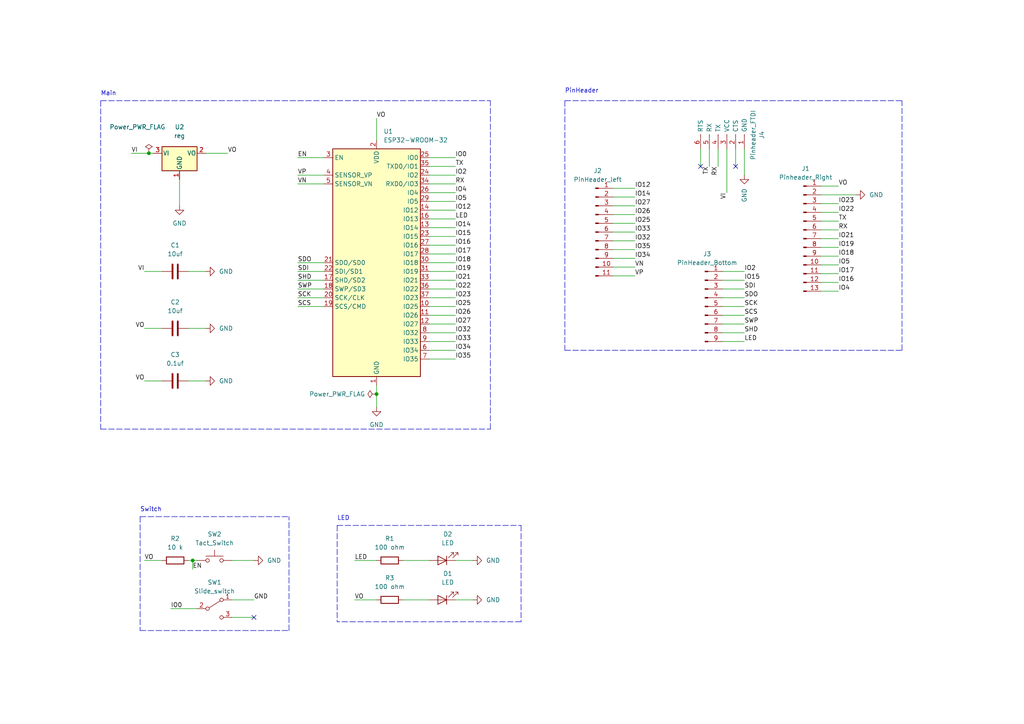
<source format=kicad_sch>
(kicad_sch (version 20211123) (generator eeschema)
  (paper "A4")
  (lib_symbols
    (symbol "RF_Module:ESP32-WROOM-32"
      (property "Reference" "U" (at -12.7 34.29 0))
      (property "Value" "ESP32-WROOM-32" (at 1.27 34.29 0))
      (symbol "ESP32-WROOM-32_0_1"
        (rectangle (start -12.7 33.02) (end 12.7 -33.02) (stroke (width 0.254)) (fill (type background)))
      )
      (symbol "ESP32-WROOM-32_1_1"
        (pin power_in line (at 0 -35.56 90) (length 2.54) (name "GND") (number "1"))
        (pin bidirectional line (at 15.24 -12.7 180) (length 2.54) (name "IO25") (number "10"))
        (pin bidirectional line (at 15.24 -15.24 180) (length 2.54) (name "IO26") (number "11"))
        (pin bidirectional line (at 15.24 -17.78 180) (length 2.54) (name "IO27") (number "12"))
        (pin bidirectional line (at 15.24 10.16 180) (length 2.54) (name "IO14") (number "13"))
        (pin bidirectional line (at 15.24 15.24 180) (length 2.54) (name "IO12") (number "14"))
        (pin passive line (at 0 -35.56 90) (length 2.54) hide (name "GND") (number "15"))
        (pin bidirectional line (at 15.24 12.7 180) (length 2.54) (name "IO13") (number "16"))
        (pin bidirectional line (at -15.24 -5.08 0) (length 2.54) (name "SHD/SD2") (number "17"))
        (pin bidirectional line (at -15.24 -7.62 0) (length 2.54) (name "SWP/SD3") (number "18"))
        (pin bidirectional line (at -15.24 -12.7 0) (length 2.54) (name "SCS/CMD") (number "19"))
        (pin power_in line (at 0 35.56 270) (length 2.54) (name "VDD") (number "2"))
        (pin bidirectional line (at -15.24 -10.16 0) (length 2.54) (name "SCK/CLK") (number "20"))
        (pin bidirectional line (at -15.24 0 0) (length 2.54) (name "SDO/SD0") (number "21"))
        (pin bidirectional line (at -15.24 -2.54 0) (length 2.54) (name "SDI/SD1") (number "22"))
        (pin bidirectional line (at 15.24 7.62 180) (length 2.54) (name "IO15") (number "23"))
        (pin bidirectional line (at 15.24 25.4 180) (length 2.54) (name "IO2") (number "24"))
        (pin bidirectional line (at 15.24 30.48 180) (length 2.54) (name "IO0") (number "25"))
        (pin bidirectional line (at 15.24 20.32 180) (length 2.54) (name "IO4") (number "26"))
        (pin bidirectional line (at 15.24 5.08 180) (length 2.54) (name "IO16") (number "27"))
        (pin bidirectional line (at 15.24 2.54 180) (length 2.54) (name "IO17") (number "28"))
        (pin bidirectional line (at 15.24 17.78 180) (length 2.54) (name "IO5") (number "29"))
        (pin input line (at -15.24 30.48 0) (length 2.54) (name "EN") (number "3"))
        (pin bidirectional line (at 15.24 0 180) (length 2.54) (name "IO18") (number "30"))
        (pin bidirectional line (at 15.24 -2.54 180) (length 2.54) (name "IO19") (number "31"))
        (pin no_connect line (at -12.7 -27.94 0) (length 2.54) hide (name "NC") (number "32"))
        (pin bidirectional line (at 15.24 -5.08 180) (length 2.54) (name "IO21") (number "33"))
        (pin bidirectional line (at 15.24 22.86 180) (length 2.54) (name "RXD0/IO3") (number "34"))
        (pin bidirectional line (at 15.24 27.94 180) (length 2.54) (name "TXD0/IO1") (number "35"))
        (pin bidirectional line (at 15.24 -7.62 180) (length 2.54) (name "IO22") (number "36"))
        (pin bidirectional line (at 15.24 -10.16 180) (length 2.54) (name "IO23") (number "37"))
        (pin passive line (at 0 -35.56 90) (length 2.54) hide (name "GND") (number "38"))
        (pin passive line (at 0 -35.56 90) (length 2.54) hide (name "GND") (number "39"))
        (pin input line (at -15.24 25.4 0) (length 2.54) (name "SENSOR_VP") (number "4"))
        (pin input line (at -15.24 22.86 0) (length 2.54) (name "SENSOR_VN") (number "5"))
        (pin input line (at 15.24 -25.4 180) (length 2.54) (name "IO34") (number "6"))
        (pin input line (at 15.24 -27.94 180) (length 2.54) (name "IO35") (number "7"))
        (pin bidirectional line (at 15.24 -20.32 180) (length 2.54) (name "IO32") (number "8"))
        (pin bidirectional line (at 15.24 -22.86 180) (length 2.54) (name "IO33") (number "9"))
      )
    )
    (symbol "fab:BUTTON_B3SN" (pin_numbers hide) (pin_names (offset 1.016) hide)
      (property "Reference" "SW" (at 1.27 2.54 0))
      (property "Value" "BUTTON_B3SN" (at 0 -1.524 0))
      (symbol "BUTTON_B3SN_0_1"
        (circle (center -2.032 0) (radius 0.508))
        (polyline (pts (xy 0 1.27) (xy 0 3.048)))
        (polyline (pts (xy 2.54 1.27) (xy -2.54 1.27)))
        (circle (center 2.032 0) (radius 0.508))
        (pin passive line (at -5.08 0 0) (length 2.54) (name "1") (number "1"))
        (pin passive line (at 5.08 0 180) (length 2.54) (name "2") (number "2"))
      )
    )
    (symbol "fab:C" (pin_numbers hide) (pin_names (offset 0.254))
      (property "Reference" "C" (at 0.635 2.54 0))
      (property "Value" "C" (at 0.635 -2.54 0))
      (symbol "C_0_1"
        (polyline (pts (xy -2.032 -0.762) (xy 2.032 -0.762)) (stroke (width 0.508)))
        (polyline (pts (xy -2.032 0.762) (xy 2.032 0.762)) (stroke (width 0.508)))
      )
      (symbol "C_1_1"
        (pin passive line (at 0 3.81 270) (length 2.794) (name "~") (number "1"))
        (pin passive line (at 0 -3.81 90) (length 2.794) (name "~") (number "2"))
      )
    )
    (symbol "fab:Conn_PinHeader_1x09_P2.54mm_Horizontal_SMD" (pin_names (offset 1.016) hide)
      (property "Reference" "J" (at 0 12.7 0))
      (property "Value" "Conn_PinHeader_1x09_P2.54mm_Horizontal_SMD" (at 0 -12.7 0))
      (symbol "Conn_PinHeader_1x09_P2.54mm_Horizontal_SMD_1_1"
        (polyline (pts (xy 1.27 -10.16) (xy 0.8636 -10.16)) (stroke (width 0.1524)))
        (polyline (pts (xy 1.27 -7.62) (xy 0.8636 -7.62)) (stroke (width 0.1524)))
        (polyline (pts (xy 1.27 -5.08) (xy 0.8636 -5.08)) (stroke (width 0.1524)))
        (polyline (pts (xy 1.27 -2.54) (xy 0.8636 -2.54)) (stroke (width 0.1524)))
        (polyline (pts (xy 1.27 0) (xy 0.8636 0)) (stroke (width 0.1524)))
        (polyline (pts (xy 1.27 2.54) (xy 0.8636 2.54)) (stroke (width 0.1524)))
        (polyline (pts (xy 1.27 5.08) (xy 0.8636 5.08)) (stroke (width 0.1524)))
        (polyline (pts (xy 1.27 7.62) (xy 0.8636 7.62)) (stroke (width 0.1524)))
        (polyline (pts (xy 1.27 10.16) (xy 0.8636 10.16)) (stroke (width 0.1524)))
        (rectangle (start 0.8636 -10.033) (end 0 -10.287) (stroke (width 0.1524)) (fill (type outline)))
        (rectangle (start 0.8636 -7.493) (end 0 -7.747) (stroke (width 0.1524)) (fill (type outline)))
        (rectangle (start 0.8636 -4.953) (end 0 -5.207) (stroke (width 0.1524)) (fill (type outline)))
        (rectangle (start 0.8636 -2.413) (end 0 -2.667) (stroke (width 0.1524)) (fill (type outline)))
        (rectangle (start 0.8636 0.127) (end 0 -0.127) (stroke (width 0.1524)) (fill (type outline)))
        (rectangle (start 0.8636 2.667) (end 0 2.413) (stroke (width 0.1524)) (fill (type outline)))
        (rectangle (start 0.8636 5.207) (end 0 4.953) (stroke (width 0.1524)) (fill (type outline)))
        (rectangle (start 0.8636 7.747) (end 0 7.493) (stroke (width 0.1524)) (fill (type outline)))
        (rectangle (start 0.8636 10.287) (end 0 10.033) (stroke (width 0.1524)) (fill (type outline)))
        (pin passive line (at 5.08 10.16 180) (length 3.81) (name "Pin_1") (number "1"))
        (pin passive line (at 5.08 7.62 180) (length 3.81) (name "Pin_2") (number "2"))
        (pin passive line (at 5.08 5.08 180) (length 3.81) (name "Pin_3") (number "3"))
        (pin passive line (at 5.08 2.54 180) (length 3.81) (name "Pin_4") (number "4"))
        (pin passive line (at 5.08 0 180) (length 3.81) (name "Pin_5") (number "5"))
        (pin passive line (at 5.08 -2.54 180) (length 3.81) (name "Pin_6") (number "6"))
        (pin passive line (at 5.08 -5.08 180) (length 3.81) (name "Pin_7") (number "7"))
        (pin passive line (at 5.08 -7.62 180) (length 3.81) (name "Pin_8") (number "8"))
        (pin passive line (at 5.08 -10.16 180) (length 3.81) (name "Pin_9") (number "9"))
      )
    )
    (symbol "fab:Conn_PinHeader_1x11_P2.54mm_Horizontal_SMD" (pin_names (offset 1.016) hide)
      (property "Reference" "J" (at 0 15.24 0))
      (property "Value" "Conn_PinHeader_1x11_P2.54mm_Horizontal_SMD" (at 0 -15.24 0))
      (symbol "Conn_PinHeader_1x11_P2.54mm_Horizontal_SMD_1_1"
        (polyline (pts (xy 1.27 -12.7) (xy 0.8636 -12.7)) (stroke (width 0.1524)))
        (polyline (pts (xy 1.27 -10.16) (xy 0.8636 -10.16)) (stroke (width 0.1524)))
        (polyline (pts (xy 1.27 -7.62) (xy 0.8636 -7.62)) (stroke (width 0.1524)))
        (polyline (pts (xy 1.27 -5.08) (xy 0.8636 -5.08)) (stroke (width 0.1524)))
        (polyline (pts (xy 1.27 -2.54) (xy 0.8636 -2.54)) (stroke (width 0.1524)))
        (polyline (pts (xy 1.27 0) (xy 0.8636 0)) (stroke (width 0.1524)))
        (polyline (pts (xy 1.27 2.54) (xy 0.8636 2.54)) (stroke (width 0.1524)))
        (polyline (pts (xy 1.27 5.08) (xy 0.8636 5.08)) (stroke (width 0.1524)))
        (polyline (pts (xy 1.27 7.62) (xy 0.8636 7.62)) (stroke (width 0.1524)))
        (polyline (pts (xy 1.27 10.16) (xy 0.8636 10.16)) (stroke (width 0.1524)))
        (polyline (pts (xy 1.27 12.7) (xy 0.8636 12.7)) (stroke (width 0.1524)))
        (rectangle (start 0.8636 -12.573) (end 0 -12.827) (stroke (width 0.1524)) (fill (type outline)))
        (rectangle (start 0.8636 -10.033) (end 0 -10.287) (stroke (width 0.1524)) (fill (type outline)))
        (rectangle (start 0.8636 -7.493) (end 0 -7.747) (stroke (width 0.1524)) (fill (type outline)))
        (rectangle (start 0.8636 -4.953) (end 0 -5.207) (stroke (width 0.1524)) (fill (type outline)))
        (rectangle (start 0.8636 -2.413) (end 0 -2.667) (stroke (width 0.1524)) (fill (type outline)))
        (rectangle (start 0.8636 0.127) (end 0 -0.127) (stroke (width 0.1524)) (fill (type outline)))
        (rectangle (start 0.8636 2.667) (end 0 2.413) (stroke (width 0.1524)) (fill (type outline)))
        (rectangle (start 0.8636 5.207) (end 0 4.953) (stroke (width 0.1524)) (fill (type outline)))
        (rectangle (start 0.8636 7.747) (end 0 7.493) (stroke (width 0.1524)) (fill (type outline)))
        (rectangle (start 0.8636 10.287) (end 0 10.033) (stroke (width 0.1524)) (fill (type outline)))
        (rectangle (start 0.8636 12.827) (end 0 12.573) (stroke (width 0.1524)) (fill (type outline)))
        (pin passive line (at 5.08 12.7 180) (length 3.81) (name "Pin_1") (number "1"))
        (pin passive line (at 5.08 -10.16 180) (length 3.81) (name "Pin_10") (number "10"))
        (pin passive line (at 5.08 -12.7 180) (length 3.81) (name "Pin_11") (number "11"))
        (pin passive line (at 5.08 10.16 180) (length 3.81) (name "Pin_2") (number "2"))
        (pin passive line (at 5.08 7.62 180) (length 3.81) (name "Pin_3") (number "3"))
        (pin passive line (at 5.08 5.08 180) (length 3.81) (name "Pin_4") (number "4"))
        (pin passive line (at 5.08 2.54 180) (length 3.81) (name "Pin_5") (number "5"))
        (pin passive line (at 5.08 0 180) (length 3.81) (name "Pin_6") (number "6"))
        (pin passive line (at 5.08 -2.54 180) (length 3.81) (name "Pin_7") (number "7"))
        (pin passive line (at 5.08 -5.08 180) (length 3.81) (name "Pin_8") (number "8"))
        (pin passive line (at 5.08 -7.62 180) (length 3.81) (name "Pin_9") (number "9"))
      )
    )
    (symbol "fab:Conn_PinHeader_1x13_P2.54mm_Horizontal_SMD" (pin_names (offset 1.016) hide)
      (property "Reference" "J" (at 0 17.78 0))
      (property "Value" "Conn_PinHeader_1x13_P2.54mm_Horizontal_SMD" (at 0 -17.78 0))
      (symbol "Conn_PinHeader_1x13_P2.54mm_Horizontal_SMD_1_1"
        (polyline (pts (xy 1.27 -15.24) (xy 0.8636 -15.24)) (stroke (width 0.1524)))
        (polyline (pts (xy 1.27 -12.7) (xy 0.8636 -12.7)) (stroke (width 0.1524)))
        (polyline (pts (xy 1.27 -10.16) (xy 0.8636 -10.16)) (stroke (width 0.1524)))
        (polyline (pts (xy 1.27 -7.62) (xy 0.8636 -7.62)) (stroke (width 0.1524)))
        (polyline (pts (xy 1.27 -5.08) (xy 0.8636 -5.08)) (stroke (width 0.1524)))
        (polyline (pts (xy 1.27 -2.54) (xy 0.8636 -2.54)) (stroke (width 0.1524)))
        (polyline (pts (xy 1.27 0) (xy 0.8636 0)) (stroke (width 0.1524)))
        (polyline (pts (xy 1.27 2.54) (xy 0.8636 2.54)) (stroke (width 0.1524)))
        (polyline (pts (xy 1.27 5.08) (xy 0.8636 5.08)) (stroke (width 0.1524)))
        (polyline (pts (xy 1.27 7.62) (xy 0.8636 7.62)) (stroke (width 0.1524)))
        (polyline (pts (xy 1.27 10.16) (xy 0.8636 10.16)) (stroke (width 0.1524)))
        (polyline (pts (xy 1.27 12.7) (xy 0.8636 12.7)) (stroke (width 0.1524)))
        (polyline (pts (xy 1.27 15.24) (xy 0.8636 15.24)) (stroke (width 0.1524)))
        (rectangle (start 0.8636 -15.113) (end 0 -15.367) (stroke (width 0.1524)) (fill (type outline)))
        (rectangle (start 0.8636 -12.573) (end 0 -12.827) (stroke (width 0.1524)) (fill (type outline)))
        (rectangle (start 0.8636 -10.033) (end 0 -10.287) (stroke (width 0.1524)) (fill (type outline)))
        (rectangle (start 0.8636 -7.493) (end 0 -7.747) (stroke (width 0.1524)) (fill (type outline)))
        (rectangle (start 0.8636 -4.953) (end 0 -5.207) (stroke (width 0.1524)) (fill (type outline)))
        (rectangle (start 0.8636 -2.413) (end 0 -2.667) (stroke (width 0.1524)) (fill (type outline)))
        (rectangle (start 0.8636 0.127) (end 0 -0.127) (stroke (width 0.1524)) (fill (type outline)))
        (rectangle (start 0.8636 2.667) (end 0 2.413) (stroke (width 0.1524)) (fill (type outline)))
        (rectangle (start 0.8636 5.207) (end 0 4.953) (stroke (width 0.1524)) (fill (type outline)))
        (rectangle (start 0.8636 7.747) (end 0 7.493) (stroke (width 0.1524)) (fill (type outline)))
        (rectangle (start 0.8636 10.287) (end 0 10.033) (stroke (width 0.1524)) (fill (type outline)))
        (rectangle (start 0.8636 12.827) (end 0 12.573) (stroke (width 0.1524)) (fill (type outline)))
        (rectangle (start 0.8636 15.367) (end 0 15.113) (stroke (width 0.1524)) (fill (type outline)))
        (pin passive line (at 5.08 15.24 180) (length 3.81) (name "Pin_1") (number "1"))
        (pin passive line (at 5.08 -7.62 180) (length 3.81) (name "Pin_10") (number "10"))
        (pin passive line (at 5.08 -10.16 180) (length 3.81) (name "Pin_11") (number "11"))
        (pin passive line (at 5.08 -12.7 180) (length 3.81) (name "Pin_12") (number "12"))
        (pin passive line (at 5.08 -15.24 180) (length 3.81) (name "Pin_13") (number "13"))
        (pin passive line (at 5.08 12.7 180) (length 3.81) (name "Pin_2") (number "2"))
        (pin passive line (at 5.08 10.16 180) (length 3.81) (name "Pin_3") (number "3"))
        (pin passive line (at 5.08 7.62 180) (length 3.81) (name "Pin_4") (number "4"))
        (pin passive line (at 5.08 5.08 180) (length 3.81) (name "Pin_5") (number "5"))
        (pin passive line (at 5.08 2.54 180) (length 3.81) (name "Pin_6") (number "6"))
        (pin passive line (at 5.08 0 180) (length 3.81) (name "Pin_7") (number "7"))
        (pin passive line (at 5.08 -2.54 180) (length 3.81) (name "Pin_8") (number "8"))
        (pin passive line (at 5.08 -5.08 180) (length 3.81) (name "Pin_9") (number "9"))
      )
    )
    (symbol "fab:Conn_PinHeader_FTDI_1x06_P2.54mm_Horizontal_SMD" (pin_names (offset 1.016))
      (property "Reference" "J" (at 0 7.62 0))
      (property "Value" "Conn_PinHeader_FTDI_1x06_P2.54mm_Horizontal_SMD" (at 0 -10.16 0))
      (symbol "Conn_PinHeader_FTDI_1x06_P2.54mm_Horizontal_SMD_1_1"
        (polyline (pts (xy 1.27 -7.62) (xy 0.8636 -7.62)) (stroke (width 0.1524)))
        (polyline (pts (xy 1.27 -5.08) (xy 0.8636 -5.08)) (stroke (width 0.1524)))
        (polyline (pts (xy 1.27 -2.54) (xy 0.8636 -2.54)) (stroke (width 0.1524)))
        (polyline (pts (xy 1.27 0) (xy 0.8636 0)) (stroke (width 0.1524)))
        (polyline (pts (xy 1.27 2.54) (xy 0.8636 2.54)) (stroke (width 0.1524)))
        (polyline (pts (xy 1.27 5.08) (xy 0.8636 5.08)) (stroke (width 0.1524)))
        (pin passive line (at 5.08 5.08 180) (length 3.81) (name "GND") (number "1"))
        (pin passive line (at 5.08 2.54 180) (length 3.81) (name "CTS") (number "2"))
        (pin passive line (at 5.08 0 180) (length 3.81) (name "VCC") (number "3"))
        (pin passive line (at 5.08 -2.54 180) (length 3.81) (name "TX") (number "4"))
        (pin passive line (at 5.08 -5.08 180) (length 3.81) (name "RX") (number "5"))
        (pin passive line (at 5.08 -7.62 180) (length 3.81) (name "RTS") (number "6"))
      )
    )
    (symbol "fab:LED" (pin_numbers hide) (pin_names (offset 1.016) hide)
      (property "Reference" "D" (at 0 2.54 0))
      (property "Value" "LED" (at 0 -2.54 0))
      (symbol "LED_0_1"
        (polyline (pts (xy -1.27 -1.27) (xy -1.27 1.27)) (stroke (width 0.2032)))
        (polyline (pts (xy -1.27 0) (xy 1.27 0)))
        (polyline (pts (xy 1.27 -1.27) (xy 1.27 1.27) (xy -1.27 0) (xy 1.27 -1.27)) (stroke (width 0.2032)))
        (polyline (pts (xy -3.048 -0.762) (xy -4.572 -2.286) (xy -3.81 -2.286) (xy -4.572 -2.286) (xy -4.572 -1.524)))
        (polyline (pts (xy -1.778 -0.762) (xy -3.302 -2.286) (xy -2.54 -2.286) (xy -3.302 -2.286) (xy -3.302 -1.524)))
      )
      (symbol "LED_1_1"
        (pin passive line (at -3.81 0 0) (length 2.54) (name "K") (number "1"))
        (pin passive line (at 3.81 0 180) (length 2.54) (name "A") (number "2"))
      )
    )
    (symbol "fab:Power_PWR_FLAG" (power) (pin_numbers hide) (pin_names (offset 0) hide)
      (property "Value" "Power_PWR_FLAG" (at 0 3.81 0))
      (symbol "Power_PWR_FLAG_0_0"
        (pin power_out line (at 0 0 90) (length 0) (name "pwr") (number "1"))
      )
      (symbol "Power_PWR_FLAG_0_1"
        (polyline (pts (xy 0 0) (xy 0 1.27) (xy -1.016 1.905) (xy 0 2.54) (xy 1.016 1.905) (xy 0 1.27)))
      )
    )
    (symbol "fab:R" (pin_numbers hide) (pin_names (offset 0))
      (property "Reference" "R" (at 2.032 0 90))
      (property "Value" "R" (at 0 0 90))
      (symbol "R_0_1"
        (rectangle (start -1.016 -2.54) (end 1.016 2.54) (stroke (width 0.254)))
      )
      (symbol "R_1_1"
        (pin passive line (at 0 3.81 270) (length 1.27) (name "~") (number "1"))
        (pin passive line (at 0 -3.81 90) (length 1.27) (name "~") (number "2"))
      )
    )
    (symbol "fab:Regulator_Linear_ZLDO1117-3.3V-1A" (pin_names (offset 0.254))
      (property "Reference" "U" (at -3.81 3.175 0))
      (property "Value" "Regulator_Linear_ZLDO1117-3.3V-1A" (at 0 3.175 0))
      (symbol "Regulator_Linear_ZLDO1117-3.3V-1A_0_1"
        (rectangle (start -5.08 -5.08) (end 5.08 1.905) (stroke (width 0.254)) (fill (type background)))
      )
      (symbol "Regulator_Linear_ZLDO1117-3.3V-1A_1_1"
        (pin power_in line (at 0 -7.62 90) (length 2.54) (name "GND") (number "1"))
        (pin power_out line (at 7.62 0 180) (length 2.54) (name "VO") (number "2"))
        (pin power_in line (at -7.62 0 0) (length 2.54) (name "VI") (number "3"))
      )
    )
    (symbol "fab:SWITCH_AYZ0102AGRLC" (pin_names (offset 0) hide)
      (property "Reference" "SW" (at 0 4.318 0))
      (property "Value" "SWITCH_AYZ0102AGRLC" (at 0 -5.08 0))
      (symbol "SWITCH_AYZ0102AGRLC_0_0"
        (circle (center -2.032 0) (radius 0.508))
        (circle (center 2.032 -2.54) (radius 0.508))
      )
      (symbol "SWITCH_AYZ0102AGRLC_0_1"
        (polyline (pts (xy -1.524 0.254) (xy 1.651 2.286)))
        (circle (center 2.032 2.54) (radius 0.508))
      )
      (symbol "SWITCH_AYZ0102AGRLC_1_1"
        (pin passive line (at 5.08 2.54 180) (length 2.54) (name "A") (number "1"))
        (pin passive line (at -5.08 0 0) (length 2.54) (name "B") (number "2"))
        (pin passive line (at 5.08 -2.54 180) (length 2.54) (name "C") (number "3"))
      )
    )
    (symbol "power:GND" (power) (pin_names (offset 0))
      (property "Value" "GND" (at 0 -3.81 0))
      (symbol "GND_0_1"
        (polyline (pts (xy 0 0) (xy 0 -1.27) (xy 1.27 -1.27) (xy 0 -2.54) (xy -1.27 -1.27) (xy 0 -1.27)))
      )
      (symbol "GND_1_1"
        (pin power_in line (at 0 0 270) (length 0) hide (name "GND") (number "1"))
      )
    )
  )
  (junction (at 109.22 114.3))
  (junction (at 55.88 162.56))
  (junction (at 43.18 44.45))
  (no_connect (at 73.66 179.07))
  (no_connect (at 203.2 48.26))
  (no_connect (at 213.36 48.26))
  (wire (pts (xy 124.46 48.26) (xy 132.08 48.26)))
  (wire (pts (xy 238.125 71.755) (xy 243.205 71.755)))
  (wire (pts (xy 59.69 78.74) (xy 54.61 78.74)))
  (wire (pts (xy 238.125 76.835) (xy 243.205 76.835)))
  (wire (pts (xy 124.46 55.88) (xy 132.08 55.88)))
  (wire (pts (xy 86.36 45.72) (xy 93.98 45.72)))
  (wire (pts (xy 209.55 91.44) (xy 215.9 91.44)))
  (wire (pts (xy 177.8 74.93) (xy 184.15 74.93)))
  (wire (pts (xy 86.36 88.9) (xy 93.98 88.9)))
  (wire (pts (xy 67.31 179.07) (xy 73.66 179.07)))
  (wire (pts (xy 124.46 53.34) (xy 132.08 53.34)))
  (wire (pts (xy 116.84 162.56) (xy 124.46 162.56)))
  (wire (pts (xy 124.46 88.9) (xy 132.08 88.9)))
  (polyline (pts (xy 151.13 152.4) (xy 151.13 180.34)))
  (polyline (pts (xy 142.24 124.46) (xy 142.24 29.21)))
  (wire (pts (xy 86.36 81.28) (xy 93.98 81.28)))
  (wire (pts (xy 124.46 71.12) (xy 132.08 71.12)))
  (polyline (pts (xy 83.82 182.88) (xy 83.82 149.86)))
  (wire (pts (xy 209.55 93.98) (xy 215.9 93.98)))
  (wire (pts (xy 238.125 69.215) (xy 243.205 69.215)))
  (wire (pts (xy 124.46 104.14) (xy 132.08 104.14)))
  (wire (pts (xy 132.08 162.56) (xy 137.16 162.56)))
  (polyline (pts (xy 29.21 124.46) (xy 142.24 124.46)))
  (wire (pts (xy 102.87 162.56) (xy 109.22 162.56)))
  (wire (pts (xy 116.84 173.99) (xy 124.46 173.99)))
  (wire (pts (xy 86.36 76.2) (xy 93.98 76.2)))
  (wire (pts (xy 86.36 86.36) (xy 93.98 86.36)))
  (wire (pts (xy 238.125 79.375) (xy 243.205 79.375)))
  (wire (pts (xy 124.46 66.04) (xy 132.08 66.04)))
  (wire (pts (xy 203.2 43.18) (xy 203.2 48.26)))
  (wire (pts (xy 205.74 43.18) (xy 205.74 48.26)))
  (wire (pts (xy 238.125 53.975) (xy 243.205 53.975)))
  (wire (pts (xy 86.36 53.34) (xy 93.98 53.34)))
  (wire (pts (xy 124.46 68.58) (xy 132.08 68.58)))
  (wire (pts (xy 177.8 54.61) (xy 184.15 54.61)))
  (wire (pts (xy 124.46 58.42) (xy 132.08 58.42)))
  (polyline (pts (xy 40.64 149.86) (xy 40.64 182.88)))
  (wire (pts (xy 124.46 86.36) (xy 132.08 86.36)))
  (wire (pts (xy 238.125 66.675) (xy 243.205 66.675)))
  (wire (pts (xy 41.91 95.25) (xy 46.99 95.25)))
  (wire (pts (xy 209.55 88.9) (xy 215.9 88.9)))
  (polyline (pts (xy 29.21 29.21) (xy 142.24 29.21)))
  (wire (pts (xy 238.125 59.055) (xy 243.205 59.055)))
  (wire (pts (xy 124.46 60.96) (xy 132.08 60.96)))
  (wire (pts (xy 109.22 114.3) (xy 109.22 111.76)))
  (wire (pts (xy 208.28 43.18) (xy 208.28 48.26)))
  (wire (pts (xy 102.87 173.99) (xy 109.22 173.99)))
  (wire (pts (xy 55.88 162.56) (xy 55.88 165.1)))
  (polyline (pts (xy 40.64 149.86) (xy 83.82 149.86)))
  (wire (pts (xy 209.55 96.52) (xy 215.9 96.52)))
  (polyline (pts (xy 163.83 29.21) (xy 261.62 29.21)))
  (wire (pts (xy 137.16 173.99) (xy 132.08 173.99)))
  (wire (pts (xy 52.07 52.07) (xy 52.07 59.69)))
  (wire (pts (xy 124.46 99.06) (xy 132.08 99.06)))
  (wire (pts (xy 124.46 101.6) (xy 132.08 101.6)))
  (wire (pts (xy 124.46 91.44) (xy 132.08 91.44)))
  (wire (pts (xy 124.46 76.2) (xy 132.08 76.2)))
  (wire (pts (xy 124.46 93.98) (xy 132.08 93.98)))
  (wire (pts (xy 177.8 77.47) (xy 184.15 77.47)))
  (wire (pts (xy 124.46 78.74) (xy 132.08 78.74)))
  (polyline (pts (xy 40.64 182.88) (xy 83.82 182.88)))
  (polyline (pts (xy 163.83 29.21) (xy 163.83 101.6)))
  (wire (pts (xy 209.55 99.06) (xy 215.9 99.06)))
  (wire (pts (xy 177.8 69.85) (xy 184.15 69.85)))
  (polyline (pts (xy 151.13 180.34) (xy 97.79 180.34)))
  (wire (pts (xy 209.55 83.82) (xy 215.9 83.82)))
  (wire (pts (xy 210.82 43.18) (xy 210.82 55.88)))
  (wire (pts (xy 177.8 64.77) (xy 184.15 64.77)))
  (wire (pts (xy 43.18 44.45) (xy 44.45 44.45)))
  (wire (pts (xy 59.69 95.25) (xy 54.61 95.25)))
  (polyline (pts (xy 163.83 101.6) (xy 261.62 101.6)))
  (wire (pts (xy 124.46 96.52) (xy 132.08 96.52)))
  (wire (pts (xy 177.8 57.15) (xy 184.15 57.15)))
  (wire (pts (xy 67.31 162.56) (xy 73.66 162.56)))
  (wire (pts (xy 177.8 80.01) (xy 184.15 80.01)))
  (wire (pts (xy 124.46 83.82) (xy 132.08 83.82)))
  (wire (pts (xy 59.69 44.45) (xy 66.04 44.45)))
  (wire (pts (xy 86.36 50.8) (xy 93.98 50.8)))
  (wire (pts (xy 109.22 34.29) (xy 109.22 40.64)))
  (wire (pts (xy 238.125 74.295) (xy 243.205 74.295)))
  (wire (pts (xy 209.55 86.36) (xy 215.9 86.36)))
  (wire (pts (xy 124.46 50.8) (xy 132.08 50.8)))
  (wire (pts (xy 238.125 81.915) (xy 243.205 81.915)))
  (wire (pts (xy 86.36 78.74) (xy 93.98 78.74)))
  (wire (pts (xy 55.88 162.56) (xy 57.15 162.56)))
  (wire (pts (xy 124.46 63.5) (xy 132.08 63.5)))
  (polyline (pts (xy 261.62 101.6) (xy 261.62 29.21)))
  (wire (pts (xy 238.125 61.595) (xy 243.205 61.595)))
  (wire (pts (xy 41.91 110.49) (xy 46.99 110.49)))
  (wire (pts (xy 177.8 67.31) (xy 184.15 67.31)))
  (wire (pts (xy 209.55 78.74) (xy 215.9 78.74)))
  (wire (pts (xy 109.22 118.11) (xy 109.22 114.3)))
  (wire (pts (xy 238.125 64.135) (xy 243.205 64.135)))
  (wire (pts (xy 238.125 84.455) (xy 243.205 84.455)))
  (wire (pts (xy 177.8 72.39) (xy 184.15 72.39)))
  (wire (pts (xy 73.66 173.99) (xy 67.31 173.99)))
  (wire (pts (xy 177.8 62.23) (xy 184.15 62.23)))
  (wire (pts (xy 124.46 73.66) (xy 132.08 73.66)))
  (polyline (pts (xy 97.79 152.4) (xy 151.13 152.4)))
  (wire (pts (xy 49.53 176.53) (xy 57.15 176.53)))
  (wire (pts (xy 86.36 83.82) (xy 93.98 83.82)))
  (wire (pts (xy 54.61 162.56) (xy 55.88 162.56)))
  (wire (pts (xy 215.9 43.18) (xy 215.9 50.8)))
  (wire (pts (xy 124.46 45.72) (xy 132.08 45.72)))
  (polyline (pts (xy 97.79 152.4) (xy 97.79 180.34)))
  (wire (pts (xy 38.1 44.45) (xy 43.18 44.45)))
  (polyline (pts (xy 29.21 29.21) (xy 29.21 124.46)))
  (wire (pts (xy 59.69 110.49) (xy 54.61 110.49)))
  (wire (pts (xy 41.91 78.74) (xy 46.99 78.74)))
  (wire (pts (xy 213.36 43.18) (xy 213.36 48.26)))
  (wire (pts (xy 177.8 59.69) (xy 184.15 59.69)))
  (wire (pts (xy 41.91 162.56) (xy 46.99 162.56)))
  (wire (pts (xy 238.125 56.515) (xy 248.285 56.515)))
  (wire (pts (xy 124.46 81.28) (xy 132.08 81.28)))
  (wire (pts (xy 209.55 81.28) (xy 215.9 81.28)))
  (text "Main" (at 29.21 27.94 0) (effects (font (size 1.27 1.27)) (justify left bottom)))
  (text "PinHeader\n\n" (at 163.83 29.21 0) (effects (font (size 1.27 1.27)) (justify left bottom)))
  (text "Switch" (at 40.64 148.59 0) (effects (font (size 1.27 1.27)) (justify left bottom)))
  (text "LED" (at 97.79 151.13 0) (effects (font (size 1.27 1.27)) (justify left bottom)))
  (label "VO" (at 66.04 44.45 0))
  (label "IO33" (at 132.08 99.06 0))
  (label "SHD" (at 86.36 81.28 0))
  (label "VP" (at 184.15 80.01 0))
  (label "IO26" (at 184.15 62.23 0))
  (label "IO2" (at 215.9 78.74 0))
  (label "RX" (at 243.205 66.675 0))
  (label "IO34" (at 132.08 101.6 0))
  (label "IO15" (at 132.08 68.58 0))
  (label "SCS" (at 86.36 88.9 0))
  (label "IO23" (at 132.08 86.36 0))
  (label "IO5" (at 243.205 76.835 0))
  (label "VO" (at 243.205 53.975 0))
  (label "SDI" (at 215.9 83.82 0))
  (label "IO21" (at 132.08 81.28 0))
  (label "EN" (at 86.36 45.72 0))
  (label "IO16" (at 132.08 71.12 0))
  (label "SDI" (at 86.36 78.74 0))
  (label "SCK" (at 215.9 88.9 0))
  (label "IO19" (at 243.205 71.755 0))
  (label "IO34" (at 184.15 74.93 0))
  (label "LED" (at 132.08 63.5 0))
  (label "VP" (at 86.36 50.8 0))
  (label "IO26" (at 132.08 91.44 0))
  (label "IO12" (at 132.08 60.96 0))
  (label "IO18" (at 132.08 76.2 0))
  (label "TX" (at 243.205 64.135 0))
  (label "IO4" (at 243.205 84.455 0))
  (label "IO22" (at 243.205 61.595 0))
  (label "IO23" (at 243.205 59.055 0))
  (label "IO0" (at 49.53 176.53 0))
  (label "RX" (at 208.28 48.26 270))
  (label "IO2" (at 132.08 50.8 0))
  (label "SWP" (at 86.36 83.82 0))
  (label "VN" (at 184.15 77.47 0))
  (label "IO25" (at 132.08 88.9 0))
  (label "IO19" (at 132.08 78.74 0))
  (label "IO12" (at 184.15 54.61 0))
  (label "VO" (at 41.91 110.49 180))
  (label "IO35" (at 184.15 72.39 0))
  (label "VI" (at 41.91 78.74 180))
  (label "SDO" (at 215.9 86.36 0))
  (label "IO14" (at 132.08 66.04 0))
  (label "VN" (at 86.36 53.34 0))
  (label "SWP" (at 215.9 93.98 0))
  (label "VO" (at 102.87 173.99 0))
  (label "IO0" (at 132.08 45.72 0))
  (label "IO27" (at 132.08 93.98 0))
  (label "IO25" (at 184.15 64.77 0))
  (label "VI" (at 38.1 44.45 0))
  (label "VI" (at 210.82 55.88 270))
  (label "IO17" (at 243.205 79.375 0))
  (label "VO" (at 41.91 162.56 0))
  (label "LED" (at 215.9 99.06 0))
  (label "IO33" (at 184.15 67.31 0))
  (label "EN" (at 55.88 165.1 0))
  (label "IO18" (at 243.205 74.295 0))
  (label "IO17" (at 132.08 73.66 0))
  (label "GND" (at 73.66 173.99 0))
  (label "IO22" (at 132.08 83.82 0))
  (label "SCS" (at 215.9 91.44 0))
  (label "VO" (at 41.91 95.25 180))
  (label "IO14" (at 184.15 57.15 0))
  (label "RX" (at 132.08 53.34 0))
  (label "IO32" (at 132.08 96.52 0))
  (label "IO32" (at 184.15 69.85 0))
  (label "TX" (at 132.08 48.26 0))
  (label "IO35" (at 132.08 104.14 0))
  (label "IO27" (at 184.15 59.69 0))
  (label "IO4" (at 132.08 55.88 0))
  (label "IO5" (at 132.08 58.42 0))
  (label "IO16" (at 243.205 81.915 0))
  (label "IO15" (at 215.9 81.28 0))
  (label "LED" (at 102.87 162.56 0))
  (label "SHD" (at 215.9 96.52 0))
  (label "TX" (at 205.74 48.26 270))
  (label "VO" (at 109.22 34.29 0))
  (label "SCK" (at 86.36 86.36 0))
  (label "IO21" (at 243.205 69.215 0))
  (label "SDO" (at 86.36 76.2 0))
  (symbol (lib_id "fab:SWITCH_AYZ0102AGRLC") (at 62.23 176.53 0) (unit 1)
    (property "Reference" "SW1" (at 62.23 168.91 0))
    (property "Value" "Slide_switch" (at 62.23 171.45 0))
    (property "Footprint" "fab:Switch_SPDT_C&K_AYZ0102AGRLC_7.2x3mm_P2.5mm" (effects hide))
    (property "Datasheet" "https://www.ckswitches.com/media/1431/ayz.pdf" (effects hide))
  )
  (symbol (lib_id "power:GND") (at 59.69 110.49 90) (unit 1)
    (property "Reference" "#PWR0108" (effects hide))
    (property "Value" "GND" (at 63.5 110.4899 90) (effects (justify right)))
  )
  (symbol (lib_id "power:GND") (at 59.69 95.25 90) (unit 1)
    (property "Reference" "#PWR0106" (effects hide))
    (property "Value" "GND" (at 63.5 95.2499 90) (effects (justify right)))
  )
  (symbol (lib_id "fab:C") (at 50.8 78.74 90) (unit 1)
    (property "Reference" "C1" (at 50.8 71.12 90))
    (property "Value" "10uf" (at 50.8 73.66 90))
    (property "Footprint" "fab:C_1206" (effects hide))
  )
  (symbol (lib_id "power:GND") (at 248.285 56.515 90) (unit 1)
    (property "Reference" "#PWR0110" (effects hide))
    (property "Value" "GND" (at 252.095 56.5149 90) (effects (justify right)))
  )
  (symbol (lib_id "fab:Power_PWR_FLAG") (at 109.22 114.3 90) (unit 1)
    (property "Reference" "#FLG02" (effects hide))
    (property "Value" "Power_PWR_FLAG" (at 97.79 114.3 90))
  )
  (symbol (lib_id "fab:LED") (at 128.27 162.56 180) (unit 1)
    (property "Reference" "D2" (at 129.8702 154.94 0))
    (property "Value" "LED" (at 129.8702 157.48 0))
    (property "Footprint" "fab:LED_1206" (effects hide))
    (property "Datasheet" "https://optoelectronics.liteon.com/upload/download/DS-22-98-0002/LTST-C150CKT.pdf" (effects hide))
  )
  (symbol (lib_id "fab:BUTTON_B3SN") (at 62.23 162.56 0) (unit 1)
    (property "Reference" "SW2" (at 62.23 154.94 0))
    (property "Value" "Tact_Switch" (at 62.23 157.48 0))
    (property "Footprint" "fab:Button_Omron_B3SN_6x6mm" (effects hide))
    (property "Datasheet" "https://omronfs.omron.com/en_US/ecb/products/pdf/en-b3sn.pdf" (effects hide))
  )
  (symbol (lib_id "fab:C") (at 50.8 110.49 90) (unit 1)
    (property "Reference" "C3" (at 50.8 102.87 90))
    (property "Value" "0.1uf" (at 50.8 105.41 90))
    (property "Footprint" "fab:C_1206" (effects hide))
  )
  (symbol (lib_id "RF_Module:ESP32-WROOM-32") (at 109.22 76.2 0) (unit 1)
    (property "Reference" "U1" (at 111.2394 38.1 0) (effects (justify left)))
    (property "Value" "ESP32-WROOM-32" (at 111.2394 40.64 0) (effects (justify left)))
    (property "Footprint" "RF_Module:ESP32-WROOM-32" (effects hide))
    (property "Datasheet" "https://www.espressif.com/sites/default/files/documentation/esp32-wroom-32_datasheet_en.pdf" (effects hide))
  )
  (symbol (lib_id "power:GND") (at 215.9 50.8 0) (unit 1)
    (property "Reference" "#PWR0105" (effects hide))
    (property "Value" "GND" (at 215.9001 54.61 90) (effects (justify right)))
  )
  (symbol (lib_id "fab:C") (at 50.8 95.25 90) (unit 1)
    (property "Reference" "C2" (at 50.8 87.63 90))
    (property "Value" "10uf" (at 50.8 90.17 90))
    (property "Footprint" "fab:C_1206" (effects hide))
  )
  (symbol (lib_id "fab:Power_PWR_FLAG") (at 43.18 44.45 0) (unit 1)
    (property "Reference" "#FLG0101" (effects hide))
    (property "Value" "Power_PWR_FLAG" (at 31.75 36.83 0) (effects (justify left)))
  )
  (symbol (lib_id "power:GND") (at 137.16 173.99 90) (unit 1)
    (property "Reference" "#PWR0102" (effects hide))
    (property "Value" "GND" (at 140.97 173.9899 90) (effects (justify right)))
  )
  (symbol (lib_id "fab:Conn_PinHeader_1x11_P2.54mm_Horizontal_SMD") (at 172.72 67.31 0) (unit 1)
    (property "Reference" "J2" (at 173.355 49.53 0))
    (property "Value" "PinHeader_left" (at 173.355 52.07 0))
    (property "Footprint" "fab:PinHeader_1x11_P2.54mm_Horizontal_SMD" (effects hide))
  )
  (symbol (lib_id "power:GND") (at 73.66 162.56 90) (unit 1)
    (property "Reference" "#PWR0103" (effects hide))
    (property "Value" "GND" (at 77.47 162.5599 90) (effects (justify right)))
  )
  (symbol (lib_id "fab:R") (at 50.8 162.56 90) (unit 1)
    (property "Reference" "R2" (at 50.8 156.21 90))
    (property "Value" "10 k" (at 50.8 158.75 90))
    (property "Footprint" "fab:R_1206" (effects hide))
  )
  (symbol (lib_id "power:GND") (at 59.69 78.74 90) (unit 1)
    (property "Reference" "#PWR0107" (effects hide))
    (property "Value" "GND" (at 63.5 78.74 90) (effects (justify right)))
  )
  (symbol (lib_id "fab:Conn_PinHeader_FTDI_1x06_P2.54mm_Horizontal_SMD") (at 210.82 38.1 270) (unit 1)
    (property "Reference" "J4" (at 220.98 39.1668 0))
    (property "Value" "Pinheader_FTDI" (at 218.44 39.1668 0))
    (property "Footprint" "fab:PinHeader_FTDI_01x06_P2.54mm_Horizontal_SMD" (effects hide))
  )
  (symbol (lib_id "fab:LED") (at 128.27 173.99 180) (unit 1)
    (property "Reference" "D1" (at 129.8702 166.37 0))
    (property "Value" "LED" (at 129.8702 168.91 0))
    (property "Footprint" "fab:LED_1206" (effects hide))
    (property "Datasheet" "https://optoelectronics.liteon.com/upload/download/DS-22-98-0002/LTST-C150CKT.pdf" (effects hide))
  )
  (symbol (lib_id "fab:R") (at 113.03 162.56 90) (unit 1)
    (property "Reference" "R1" (at 113.03 156.21 90))
    (property "Value" "100 ohm" (at 113.03 158.75 90))
    (property "Footprint" "fab:R_1206" (effects hide))
  )
  (symbol (lib_id "power:GND") (at 52.07 59.69 0) (unit 1)
    (property "Reference" "#PWR0109" (effects hide))
    (property "Value" "GND" (at 52.07 64.77 0))
  )
  (symbol (lib_id "fab:Conn_PinHeader_1x09_P2.54mm_Horizontal_SMD") (at 204.47 88.9 0) (unit 1)
    (property "Reference" "J3" (at 205.105 73.66 0))
    (property "Value" "PinHeader_Bottom" (at 205.105 76.2 0))
    (property "Footprint" "fab:PinHeader_1x09_P2.54mm_Horizontal_SMD" (effects hide))
  )
  (symbol (lib_id "power:GND") (at 137.16 162.56 90) (unit 1)
    (property "Reference" "#PWR0104" (effects hide))
    (property "Value" "GND" (at 140.97 162.5599 90) (effects (justify right)))
  )
  (symbol (lib_id "fab:Conn_PinHeader_1x13_P2.54mm_Horizontal_SMD") (at 233.045 69.215 0) (unit 1)
    (property "Reference" "J1" (at 233.68 48.895 0))
    (property "Value" "Pinheader_Right" (at 233.68 51.435 0))
    (property "Footprint" "fab:PinHeader_1x13_P2.54mm_Horizontal_SMD" (effects hide))
  )
  (symbol (lib_id "fab:Regulator_Linear_ZLDO1117-3.3V-1A") (at 52.07 44.45 0) (unit 1)
    (property "Reference" "U2" (at 52.07 36.83 0))
    (property "Value" "reg" (at 52.07 39.37 0))
    (property "Footprint" "fab:SOT-223-3_TabPin2" (effects hide))
    (property "Datasheet" "http://www.diodes.com/datasheets/AP1117.pdf" (effects hide))
  )
  (symbol (lib_id "fab:R") (at 113.03 173.99 90) (unit 1)
    (property "Reference" "R3" (at 113.03 167.64 90))
    (property "Value" "100 ohm" (at 113.03 170.18 90))
    (property "Footprint" "fab:R_1206" (effects hide))
  )
  (symbol (lib_id "power:GND") (at 109.22 118.11 0) (unit 1)
    (property "Reference" "#PWR0101" (effects hide))
    (property "Value" "GND" (at 109.22 123.19 0))
  )
)
</source>
